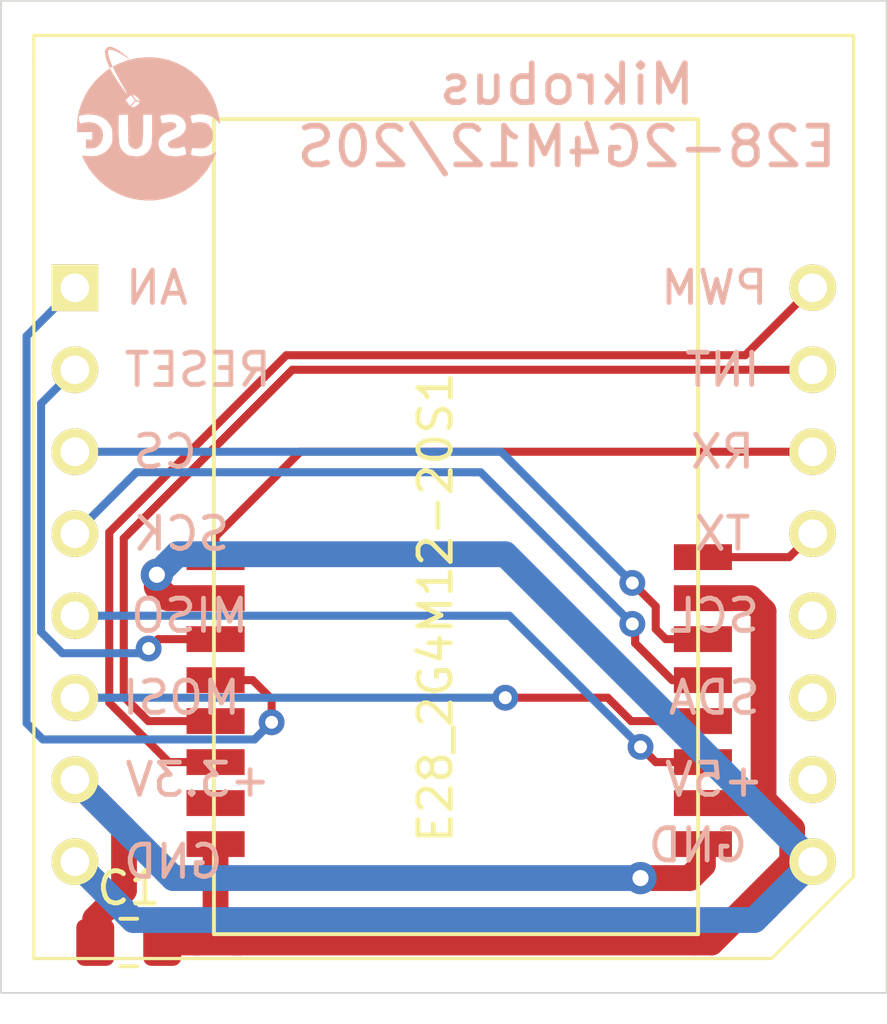
<source format=kicad_pcb>
(kicad_pcb (version 20171130) (host pcbnew "(5.1.10)-1")

  (general
    (thickness 1.6)
    (drawings 21)
    (tracks 103)
    (zones 0)
    (modules 4)
    (nets 17)
  )

  (page A4)
  (layers
    (0 F.Cu signal)
    (31 B.Cu signal)
    (32 B.Adhes user)
    (33 F.Adhes user)
    (34 B.Paste user)
    (35 F.Paste user)
    (36 B.SilkS user)
    (37 F.SilkS user)
    (38 B.Mask user)
    (39 F.Mask user)
    (40 Dwgs.User user)
    (41 Cmts.User user)
    (42 Eco1.User user)
    (43 Eco2.User user)
    (44 Edge.Cuts user)
    (45 Margin user)
    (46 B.CrtYd user)
    (47 F.CrtYd user)
    (48 B.Fab user)
    (49 F.Fab user)
  )

  (setup
    (last_trace_width 0.25)
    (trace_clearance 0.2)
    (zone_clearance 0.508)
    (zone_45_only no)
    (trace_min 0.2)
    (via_size 0.8)
    (via_drill 0.4)
    (via_min_size 0.4)
    (via_min_drill 0.3)
    (uvia_size 0.3)
    (uvia_drill 0.1)
    (uvias_allowed no)
    (uvia_min_size 0.2)
    (uvia_min_drill 0.1)
    (edge_width 0.05)
    (segment_width 0.2)
    (pcb_text_width 0.3)
    (pcb_text_size 1.5 1.5)
    (mod_edge_width 0.12)
    (mod_text_size 1 1)
    (mod_text_width 0.15)
    (pad_size 1.524 1.524)
    (pad_drill 0.762)
    (pad_to_mask_clearance 0)
    (aux_axis_origin 0 0)
    (grid_origin 126.093 75.221)
    (visible_elements 7FFFFFFF)
    (pcbplotparams
      (layerselection 0x010fc_ffffffff)
      (usegerberextensions false)
      (usegerberattributes true)
      (usegerberadvancedattributes true)
      (creategerberjobfile true)
      (excludeedgelayer true)
      (linewidth 0.100000)
      (plotframeref false)
      (viasonmask false)
      (mode 1)
      (useauxorigin false)
      (hpglpennumber 1)
      (hpglpenspeed 20)
      (hpglpendiameter 15.000000)
      (psnegative false)
      (psa4output false)
      (plotreference true)
      (plotvalue true)
      (plotinvisibletext false)
      (padsonsilk false)
      (subtractmaskfromsilk false)
      (outputformat 1)
      (mirror false)
      (drillshape 0)
      (scaleselection 1)
      (outputdirectory "Gerber/"))
  )

  (net 0 "")
  (net 1 GND)
  (net 2 VCC)
  (net 3 RXEN)
  (net 4 MISO)
  (net 5 NSS)
  (net 6 MOSI)
  (net 7 SCK)
  (net 8 TXEN)
  (net 9 RESET)
  (net 10 BUSY)
  (net 11 DIO1)
  (net 12 DIO2)
  (net 13 DIO3)
  (net 14 "Net-(IC1-Pad15)")
  (net 15 "Net-(IC1-Pad14)")
  (net 16 "Net-(IC1-Pad13)")

  (net_class Default "This is the default net class."
    (clearance 0.2)
    (trace_width 0.25)
    (via_dia 0.8)
    (via_drill 0.4)
    (uvia_dia 0.3)
    (uvia_drill 0.1)
    (add_net BUSY)
    (add_net DIO1)
    (add_net DIO2)
    (add_net DIO3)
    (add_net MISO)
    (add_net MOSI)
    (add_net NSS)
    (add_net "Net-(IC1-Pad13)")
    (add_net "Net-(IC1-Pad14)")
    (add_net "Net-(IC1-Pad15)")
    (add_net RESET)
    (add_net RXEN)
    (add_net SCK)
    (add_net TXEN)
  )

  (net_class Power ""
    (clearance 0.4)
    (trace_width 0.8)
    (via_dia 1)
    (via_drill 0.5)
    (uvia_dia 0.3)
    (uvia_drill 0.1)
    (add_net GND)
    (add_net VCC)
  )

  (module Logos-image:Image-Csug_6x6 (layer B.Cu) (tedit 60DB247E) (tstamp 60EDC4D6)
    (at 128.379 70.141 180)
    (fp_text reference G*** (at 0 0) (layer B.SilkS) hide
      (effects (font (size 1.524 1.524) (thickness 0.3)) (justify mirror))
    )
    (fp_text value LOGO (at 0.75 0) (layer B.SilkS) hide
      (effects (font (size 1.524 1.524) (thickness 0.3)) (justify mirror))
    )
    (fp_poly (pts (xy 1.250028 2.376366) (xy 1.285265 2.356501) (xy 1.310294 2.330009) (xy 1.332889 2.300572)
      (xy 1.344873 2.273354) (xy 1.348439 2.237914) (xy 1.345783 2.183811) (xy 1.344495 2.167291)
      (xy 1.33394 2.095053) (xy 1.312146 2.011276) (xy 1.277589 1.911178) (xy 1.228746 1.789974)
      (xy 1.211704 1.750219) (xy 1.196966 1.732404) (xy 1.173072 1.737685) (xy 1.150926 1.752233)
      (xy 1.135452 1.765609) (xy 1.130505 1.781257) (xy 1.136874 1.807375) (xy 1.155348 1.85216)
      (xy 1.161991 1.867327) (xy 1.209564 1.985276) (xy 1.242719 2.088663) (xy 1.260713 2.174231)
      (xy 1.262803 2.238722) (xy 1.25394 2.270471) (xy 1.238998 2.291329) (xy 1.217248 2.299947)
      (xy 1.178548 2.299011) (xy 1.155597 2.296509) (xy 1.094038 2.281131) (xy 1.012518 2.248433)
      (xy 0.915953 2.200822) (xy 0.809258 2.140706) (xy 0.706437 2.076464) (xy 0.611187 2.014141)
      (xy 0.682625 2.081012) (xy 0.787783 2.17204) (xy 0.893595 2.249949) (xy 0.995504 2.3121)
      (xy 1.088951 2.355856) (xy 1.169382 2.378576) (xy 1.20112 2.381238) (xy 1.250028 2.376366)) (layer B.SilkS) (width 0.01))
    (fp_poly (pts (xy 0.383349 2.027458) (xy 0.63513 1.968363) (xy 0.704465 1.946444) (xy 0.77153 1.922367)
      (xy 0.847105 1.892645) (xy 0.924314 1.860295) (xy 0.99628 1.828328) (xy 1.056129 1.799761)
      (xy 1.096982 1.777606) (xy 1.109033 1.769095) (xy 1.104322 1.753475) (xy 1.086236 1.714136)
      (xy 1.056886 1.655078) (xy 1.018385 1.580298) (xy 0.972846 1.493794) (xy 0.922381 1.399564)
      (xy 0.869104 1.301606) (xy 0.815125 1.203919) (xy 0.762559 1.110501) (xy 0.742333 1.075105)
      (xy 0.709635 1.016051) (xy 0.685126 0.967658) (xy 0.671804 0.936104) (xy 0.670696 0.927387)
      (xy 0.684426 0.934447) (xy 0.712316 0.964571) (xy 0.751692 1.013906) (xy 0.799877 1.078599)
      (xy 0.854195 1.154795) (xy 0.911969 1.238641) (xy 0.970525 1.326284) (xy 1.027185 1.41387)
      (xy 1.079274 1.497547) (xy 1.124115 1.573459) (xy 1.143377 1.608027) (xy 1.201909 1.715866)
      (xy 1.335173 1.617073) (xy 1.526328 1.456292) (xy 1.700201 1.271516) (xy 1.853257 1.067369)
      (xy 1.981959 0.848474) (xy 2.06779 0.658813) (xy 2.138896 0.451778) (xy 2.185172 0.252954)
      (xy 2.208462 0.053336) (xy 2.212015 -0.045086) (xy 2.214562 -0.25686) (xy 1.980406 -0.2547)
      (xy 1.74625 -0.252541) (xy 1.74625 -0.492125) (xy 1.934241 -0.492125) (xy 1.939464 -0.61283)
      (xy 1.940739 -0.672886) (xy 1.939321 -0.720912) (xy 1.935524 -0.747806) (xy 1.934719 -0.749536)
      (xy 1.914351 -0.756946) (xy 1.868988 -0.760628) (xy 1.805222 -0.760085) (xy 1.798536 -0.7598)
      (xy 1.72761 -0.754708) (xy 1.676153 -0.744987) (xy 1.631917 -0.727408) (xy 1.594191 -0.705947)
      (xy 1.517819 -0.641029) (xy 1.462482 -0.555838) (xy 1.429588 -0.45506) (xy 1.420545 -0.343378)
      (xy 1.436762 -0.225478) (xy 1.44287 -0.202568) (xy 1.481939 -0.121635) (xy 1.546592 -0.051813)
      (xy 1.631238 0.001804) (xy 1.692672 0.025073) (xy 1.773062 0.039737) (xy 1.866825 0.043719)
      (xy 1.9605 0.037369) (xy 2.040627 0.021038) (xy 2.056536 0.0156) (xy 2.094406 0.00561)
      (xy 2.119573 0.005841) (xy 2.132412 0.024289) (xy 2.146499 0.064021) (xy 2.159476 0.114777)
      (xy 2.168984 0.166295) (xy 2.172665 0.208317) (xy 2.170387 0.226921) (xy 2.149052 0.244072)
      (xy 2.102662 0.26038) (xy 2.037908 0.274551) (xy 1.961483 0.285289) (xy 1.880079 0.2913)
      (xy 1.833562 0.292112) (xy 1.668588 0.278565) (xy 1.522288 0.240235) (xy 1.395389 0.177528)
      (xy 1.288616 0.090848) (xy 1.202697 -0.019399) (xy 1.170346 -0.077976) (xy 1.148562 -0.123876)
      (xy 1.134038 -0.161982) (xy 1.125307 -0.200744) (xy 1.120901 -0.248615) (xy 1.119355 -0.314048)
      (xy 1.119187 -0.372728) (xy 1.119826 -0.456864) (xy 1.122556 -0.517502) (xy 1.128598 -0.562884)
      (xy 1.139172 -0.601251) (xy 1.155497 -0.640844) (xy 1.16048 -0.651599) (xy 1.232065 -0.769083)
      (xy 1.325234 -0.864198) (xy 1.438295 -0.936166) (xy 1.569556 -0.984213) (xy 1.717325 -1.007563)
      (xy 1.879911 -1.005441) (xy 1.922298 -1.000886) (xy 1.982992 -0.994015) (xy 2.030313 -0.99005)
      (xy 2.056524 -0.989588) (xy 2.059244 -0.990327) (xy 2.054729 -1.005858) (xy 2.038128 -1.043914)
      (xy 2.012029 -1.098866) (xy 1.979024 -1.165086) (xy 1.977123 -1.16882) (xy 1.849702 -1.384748)
      (xy 1.696112 -1.586436) (xy 1.519734 -1.770968) (xy 1.32395 -1.935427) (xy 1.112139 -2.076897)
      (xy 0.887682 -2.19246) (xy 0.711141 -2.261025) (xy 0.518128 -2.314194) (xy 0.309525 -2.351303)
      (xy 0.096683 -2.371063) (xy -0.109047 -2.372184) (xy -0.206375 -2.365284) (xy -0.454352 -2.325685)
      (xy -0.697932 -2.25812) (xy -0.932326 -2.164614) (xy -1.152746 -2.047195) (xy -1.354401 -1.907886)
      (xy -1.424825 -1.849882) (xy -1.498445 -1.781765) (xy -1.579883 -1.699154) (xy -1.66213 -1.609799)
      (xy -1.738176 -1.521453) (xy -1.80101 -1.441867) (xy -1.827198 -1.404937) (xy -1.875623 -1.326933)
      (xy -1.929034 -1.231755) (xy -1.981735 -1.13035) (xy -2.028031 -1.033669) (xy -2.061645 -0.954196)
      (xy -2.091749 -0.87497) (xy -2.010164 -0.921014) (xy -1.890081 -0.975241) (xy -1.761788 -1.005376)
      (xy -1.61845 -1.012819) (xy -1.571625 -1.010844) (xy -1.475254 -1.002266) (xy -1.396578 -0.989816)
      (xy -1.339489 -0.974434) (xy -1.307878 -0.957061) (xy -1.30277 -0.945867) (xy -1.305219 -0.930003)
      (xy -1.164259 -0.930003) (xy -1.159383 -0.942467) (xy -1.137 -0.95422) (xy -1.093183 -0.97014)
      (xy -1.037335 -0.986819) (xy -1.036229 -0.987118) (xy -0.927746 -1.007059) (xy -0.81056 -1.012853)
      (xy -0.695174 -1.004974) (xy -0.59209 -0.983895) (xy -0.53975 -0.964763) (xy -0.439199 -0.906222)
      (xy -0.366902 -0.833936) (xy -0.321783 -0.746322) (xy -0.30277 -0.641799) (xy -0.301974 -0.614523)
      (xy -0.314109 -0.515915) (xy -0.352179 -0.429961) (xy -0.417487 -0.355139) (xy -0.511331 -0.289926)
      (xy -0.624555 -0.236885) (xy -0.721421 -0.195279) (xy -0.790048 -0.157633) (xy -0.833353 -0.121779)
      (xy -0.854249 -0.08555) (xy -0.85725 -0.063844) (xy -0.843454 -0.01212) (xy -0.802605 0.023887)
      (xy -0.735514 0.043681) (xy -0.67507 0.047625) (xy -0.605825 0.043522) (xy -0.535155 0.033006)
      (xy -0.498951 0.024273) (xy -0.453056 0.013026) (xy -0.420575 0.009814) (xy -0.411802 0.012367)
      (xy -0.401295 0.03526) (xy -0.388021 0.077366) (xy -0.374454 0.128651) (xy -0.363067 0.179086)
      (xy -0.356332 0.218641) (xy -0.356442 0.236919) (xy -0.382189 0.254147) (xy -0.433183 0.269596)
      (xy -0.502925 0.282109) (xy -0.538397 0.28575) (xy -0.111125 0.28575) (xy -0.111125 -0.13277)
      (xy -0.110512 -0.250032) (xy -0.108786 -0.361334) (xy -0.106119 -0.461337) (xy -0.102681 -0.5447)
      (xy -0.098645 -0.606084) (xy -0.094966 -0.636499) (xy -0.060658 -0.742805) (xy -0.002725 -0.838473)
      (xy 0.073786 -0.917874) (xy 0.163831 -0.975383) (xy 0.230187 -0.999104) (xy 0.30803 -1.010131)
      (xy 0.401853 -1.011262) (xy 0.499367 -1.003396) (xy 0.588285 -0.987431) (xy 0.646773 -0.968664)
      (xy 0.736012 -0.914543) (xy 0.81372 -0.837217) (xy 0.871622 -0.745065) (xy 0.875077 -0.737471)
      (xy 0.895896 -0.678191) (xy 0.911913 -0.603633) (xy 0.923406 -0.510597) (xy 0.930654 -0.395886)
      (xy 0.933939 -0.2563) (xy 0.933539 -0.088642) (xy 0.933324 -0.071437) (xy 0.928687 0.277813)
      (xy 0.782953 0.282363) (xy 0.637218 0.286913) (xy 0.63214 -0.162137) (xy 0.630588 -0.293327)
      (xy 0.629021 -0.396696) (xy 0.627106 -0.476174) (xy 0.624511 -0.535689) (xy 0.620903 -0.579168)
      (xy 0.61595 -0.610541) (xy 0.609318 -0.633736) (xy 0.600676 -0.65268) (xy 0.589691 -0.671303)
      (xy 0.588923 -0.67254) (xy 0.536184 -0.731434) (xy 0.469757 -0.766825) (xy 0.396991 -0.776434)
      (xy 0.325237 -0.757985) (xy 0.320642 -0.755687) (xy 0.281642 -0.731737) (xy 0.250086 -0.702086)
      (xy 0.225224 -0.663369) (xy 0.206308 -0.612221) (xy 0.192587 -0.545277) (xy 0.183314 -0.459171)
      (xy 0.177738 -0.350539) (xy 0.175111 -0.216016) (xy 0.174625 -0.099852) (xy 0.174625 0.28575)
      (xy -0.111125 0.28575) (xy -0.538397 0.28575) (xy -0.584918 0.290525) (xy -0.672664 0.293686)
      (xy -0.674688 0.293688) (xy -0.753003 0.292601) (xy -0.809622 0.288219) (xy -0.854557 0.278861)
      (xy -0.897821 0.262848) (xy -0.92075 0.252391) (xy -1.015748 0.196046) (xy -1.084742 0.12756)
      (xy -1.129219 0.050278) (xy -1.155983 -0.04757) (xy -1.152481 -0.14266) (xy -1.120196 -0.232281)
      (xy -1.060611 -0.313722) (xy -0.97521 -0.384271) (xy -0.865477 -0.441219) (xy -0.858796 -0.44389)
      (xy -0.755604 -0.487626) (xy -0.680902 -0.52729) (xy -0.632127 -0.565447) (xy -0.60672 -0.604659)
      (xy -0.60212 -0.64749) (xy -0.613112 -0.689851) (xy -0.643284 -0.726332) (xy -0.697739 -0.750449)
      (xy -0.771307 -0.761686) (xy -0.858816 -0.759531) (xy -0.955094 -0.74347) (xy -1.008066 -0.729094)
      (xy -1.061025 -0.713558) (xy -1.10031 -0.703585) (xy -1.117921 -0.701192) (xy -1.118133 -0.701357)
      (xy -1.123449 -0.718153) (xy -1.133873 -0.757625) (xy -1.147242 -0.811542) (xy -1.148473 -0.816645)
      (xy -1.162447 -0.886801) (xy -1.164259 -0.930003) (xy -1.305219 -0.930003) (xy -1.306445 -0.922068)
      (xy -1.314945 -0.877772) (xy -1.324135 -0.833437) (xy -1.336559 -0.780903) (xy -1.348111 -0.752862)
      (xy -1.363181 -0.742494) (xy -1.382647 -0.742554) (xy -1.506214 -0.754573) (xy -1.603466 -0.758969)
      (xy -1.678921 -0.755693) (xy -1.737098 -0.744698) (xy -1.755382 -0.738575) (xy -1.845354 -0.688464)
      (xy -1.913628 -0.616218) (xy -1.959084 -0.523879) (xy -1.980602 -0.41349) (xy -1.980873 -0.327357)
      (xy -1.960991 -0.208496) (xy -1.918831 -0.110628) (xy -1.855247 -0.034971) (xy -1.771094 0.017254)
      (xy -1.728866 0.032183) (xy -1.665272 0.043033) (xy -1.585867 0.046433) (xy -1.504205 0.042689)
      (xy -1.433844 0.032104) (xy -1.408976 0.025011) (xy -1.349515 0.00379) (xy -1.331776 0.069364)
      (xy -1.316735 0.12349) (xy -1.302292 0.17324) (xy -1.299956 0.180963) (xy -1.29025 0.216086)
      (xy -1.291214 0.23826) (xy -1.308179 0.252778) (xy -1.346472 0.264933) (xy -1.396166 0.276541)
      (xy -1.549608 0.298368) (xy -1.698597 0.294481) (xy -1.839036 0.26611) (xy -1.966826 0.214486)
      (xy -2.077871 0.14084) (xy -2.168072 0.046404) (xy -2.169784 0.044112) (xy -2.208438 -0.007937)
      (xy -2.197956 0.079375) (xy -2.150546 0.346094) (xy -2.074398 0.600586) (xy -2.048875 0.659745)
      (xy 0.269875 0.659745) (xy 0.280283 0.646582) (xy 0.307555 0.61762) (xy 0.345281 0.579634)
      (xy 0.387261 0.539826) (xy 0.416972 0.518643) (xy 0.44396 0.511643) (xy 0.477774 0.514384)
      (xy 0.483591 0.515291) (xy 0.525238 0.523428) (xy 0.551357 0.531307) (xy 0.554273 0.533107)
      (xy 0.547748 0.547171) (xy 0.523343 0.577102) (xy 0.486099 0.616798) (xy 0.480437 0.622497)
      (xy 0.398824 0.70411) (xy 0.334349 0.684793) (xy 0.294823 0.67174) (xy 0.272058 0.661876)
      (xy 0.269875 0.659745) (xy -2.048875 0.659745) (xy -2.034868 0.692208) (xy 0.254 0.692208)
      (xy 0.26739 0.692312) (xy 0.301463 0.701162) (xy 0.325095 0.708777) (xy 0.353281 0.722313)
      (xy 0.414832 0.722313) (xy 0.496592 0.638969) (xy 0.536408 0.598715) (xy 0.566283 0.569138)
      (xy 0.580526 0.555863) (xy 0.580956 0.555625) (xy 0.591027 0.56726) (xy 0.615063 0.597862)
      (xy 0.648004 0.640983) (xy 0.650329 0.644061) (xy 0.717099 0.732497) (xy 0.640331 0.810724)
      (xy 0.600705 0.849149) (xy 0.569534 0.875784) (xy 0.55334 0.885073) (xy 0.5531 0.885007)
      (xy 0.538428 0.871462) (xy 0.51048 0.840017) (xy 0.478735 0.801688) (xy 0.414832 0.722313)
      (xy 0.353281 0.722313) (xy 0.379708 0.735004) (xy 0.426595 0.777278) (xy 0.453995 0.811747)
      (xy 0.483204 0.853877) (xy 0.501544 0.884952) (xy 0.505123 0.897168) (xy 0.487205 0.897241)
      (xy 0.450992 0.889118) (xy 0.439589 0.88578) (xy 0.389966 0.860362) (xy 0.340066 0.812225)
      (xy 0.317365 0.783789) (xy 0.285174 0.740085) (xy 0.262364 0.707076) (xy 0.254 0.692208)
      (xy -2.034868 0.692208) (xy -1.970572 0.841229) (xy -1.840129 1.066396) (xy -1.684128 1.274465)
      (xy -1.50363 1.463811) (xy -1.299694 1.632809) (xy -1.097167 1.766064) (xy -0.869682 1.881389)
      (xy -0.63031 1.968428) (xy -0.382185 2.026869) (xy -0.128444 2.056396) (xy 0.127779 2.056697)
      (xy 0.383349 2.027458)) (layer B.SilkS) (width 0.01))
  )

  (module MIKROE-924:MIKROE924 (layer F.Cu) (tedit 60CB6671) (tstamp 60EC684B)
    (at 126.093 75.221)
    (descr MIKROE-924-2)
    (tags "Integrated Circuit")
    (path /60E6EAC5)
    (fp_text reference IC1 (at 7.366 -6.35) (layer F.SilkS) hide
      (effects (font (size 1.27 1.27) (thickness 0.254)))
    )
    (fp_text value MIKROE-924 (at 11.43 6.48) (layer F.SilkS) hide
      (effects (font (size 1.27 1.27) (thickness 0.254)))
    )
    (fp_line (start -1.27 -7.82) (end -1.27 -7.16) (layer F.SilkS) (width 0.1))
    (fp_line (start 24.13 -7.82) (end -1.27 -7.82) (layer F.SilkS) (width 0.1))
    (fp_line (start 24.13 18.24) (end 24.13 -7.82) (layer F.SilkS) (width 0.1))
    (fp_line (start 21.59 20.78) (end 24.13 18.24) (layer F.SilkS) (width 0.1))
    (fp_line (start -1.27 20.78) (end 21.59 20.78) (layer F.SilkS) (width 0.1))
    (fp_line (start -1.27 -7.16) (end -1.27 20.78) (layer F.SilkS) (width 0.1))
    (fp_line (start 24.13 -7.82) (end 24.13 18.24) (layer Dwgs.User) (width 0.2))
    (fp_line (start -1.27 -7.82) (end 24.13 -7.82) (layer Dwgs.User) (width 0.2))
    (fp_line (start -1.27 20.78) (end -1.27 -7.82) (layer Dwgs.User) (width 0.2))
    (fp_line (start 21.59 20.78) (end -1.27 20.78) (layer Dwgs.User) (width 0.2))
    (fp_line (start 24.13 18.24) (end 21.59 20.78) (layer Dwgs.User) (width 0.2))
    (fp_line (start -2.27 21.78) (end -2.27 -8.82) (layer Dwgs.User) (width 0.1))
    (fp_line (start 25.13 21.78) (end -2.27 21.78) (layer Dwgs.User) (width 0.1))
    (fp_line (start 25.13 -8.82) (end 25.13 21.78) (layer Dwgs.User) (width 0.1))
    (fp_line (start -2.27 -8.82) (end 25.13 -8.82) (layer Dwgs.User) (width 0.1))
    (pad 16 thru_hole circle (at 22.86 17.78 90) (size 1.445 1.445) (drill 0.889) (layers *.Cu *.Mask F.SilkS)
      (net 1 GND))
    (pad 15 thru_hole circle (at 22.86 15.24 90) (size 1.445 1.445) (drill 0.889) (layers *.Cu *.Mask F.SilkS)
      (net 14 "Net-(IC1-Pad15)"))
    (pad 14 thru_hole circle (at 22.86 12.7 90) (size 1.445 1.445) (drill 0.889) (layers *.Cu *.Mask F.SilkS)
      (net 15 "Net-(IC1-Pad14)"))
    (pad 13 thru_hole circle (at 22.86 10.16 90) (size 1.445 1.445) (drill 0.889) (layers *.Cu *.Mask F.SilkS)
      (net 16 "Net-(IC1-Pad13)"))
    (pad 12 thru_hole circle (at 22.86 7.62 90) (size 1.445 1.445) (drill 0.889) (layers *.Cu *.Mask F.SilkS)
      (net 3 RXEN))
    (pad 11 thru_hole circle (at 22.86 5.08 90) (size 1.445 1.445) (drill 0.889) (layers *.Cu *.Mask F.SilkS)
      (net 8 TXEN))
    (pad 10 thru_hole circle (at 22.86 2.54 90) (size 1.445 1.445) (drill 0.889) (layers *.Cu *.Mask F.SilkS)
      (net 11 DIO1))
    (pad 9 thru_hole circle (at 22.86 0 90) (size 1.445 1.445) (drill 0.889) (layers *.Cu *.Mask F.SilkS)
      (net 12 DIO2))
    (pad 8 thru_hole circle (at 0 17.78 90) (size 1.445 1.445) (drill 0.889) (layers *.Cu *.Mask F.SilkS)
      (net 1 GND))
    (pad 7 thru_hole circle (at 0 15.24 90) (size 1.445 1.445) (drill 0.889) (layers *.Cu *.Mask F.SilkS)
      (net 2 VCC))
    (pad 6 thru_hole circle (at 0 12.7 90) (size 1.445 1.445) (drill 0.889) (layers *.Cu *.Mask F.SilkS)
      (net 6 MOSI))
    (pad 5 thru_hole circle (at 0 10.16 90) (size 1.445 1.445) (drill 0.889) (layers *.Cu *.Mask F.SilkS)
      (net 4 MISO))
    (pad 4 thru_hole circle (at 0 7.62 90) (size 1.445 1.445) (drill 0.889) (layers *.Cu *.Mask F.SilkS)
      (net 7 SCK))
    (pad 3 thru_hole circle (at 0 5.08 90) (size 1.445 1.445) (drill 0.889) (layers *.Cu *.Mask F.SilkS)
      (net 5 NSS))
    (pad 2 thru_hole circle (at 0 2.54 90) (size 1.445 1.445) (drill 0.889) (layers *.Cu *.Mask F.SilkS)
      (net 9 RESET))
    (pad 1 thru_hole rect (at 0 0 90) (size 1.445 1.445) (drill 0.889) (layers *.Cu *.Mask F.SilkS)
      (net 10 BUSY))
  )

  (module LIB_E28-2G4M12-20S:E28-2G4M12-20S (layer F.Cu) (tedit 60EC02D5) (tstamp 60EC6828)
    (at 135.382 94.996 180)
    (path /60EE2742)
    (fp_text reference E28_2G4M12-20S1 (at -1.887 9.869 90) (layer F.SilkS)
      (effects (font (size 1 1) (thickness 0.15)))
    )
    (fp_text value E28 (at 0 -0.5) (layer F.Fab)
      (effects (font (size 1 1) (thickness 0.15)))
    )
    (fp_line (start -10.02 25) (end -10.02 -0.25) (layer F.SilkS) (width 0.12))
    (fp_line (start 4.98 -0.25) (end 4.98 25) (layer F.SilkS) (width 0.12))
    (fp_line (start 4.98 25) (end -10.02 25) (layer F.SilkS) (width 0.12))
    (fp_line (start -10.02 -0.25) (end 4.98 -0.25) (layer F.SilkS) (width 0.12))
    (pad 8 smd rect (at -10.17 11.43 180) (size 1.8 0.8) (layers F.Cu F.Paste F.Mask)
      (net 3 RXEN))
    (pad 3 smd rect (at -10.17 5.08 180) (size 1.8 0.8) (layers F.Cu F.Paste F.Mask)
      (net 4 MISO))
    (pad 7 smd rect (at -10.17 10.16 180) (size 1.8 0.8) (layers F.Cu F.Paste F.Mask)
      (net 1 GND))
    (pad 6 smd rect (at -10.17 8.89 180) (size 1.8 0.8) (layers F.Cu F.Paste F.Mask)
      (net 5 NSS))
    (pad 2 smd rect (at -10.17 3.81 180) (size 1.8 0.8) (layers F.Cu F.Paste F.Mask)
      (net 1 GND))
    (pad 4 smd rect (at -10.17 6.35 180) (size 1.8 0.8) (layers F.Cu F.Paste F.Mask)
      (net 6 MOSI))
    (pad 5 smd rect (at -10.17 7.62 180) (size 1.8 0.8) (layers F.Cu F.Paste F.Mask)
      (net 7 SCK))
    (pad 1 smd rect (at -10.17 2.54 180) (size 1.8 0.8) (layers F.Cu F.Paste F.Mask)
      (net 2 VCC))
    (pad 9 smd rect (at 4.93 11.43 180) (size 1.8 0.8) (layers F.Cu F.Paste F.Mask)
      (net 8 TXEN))
    (pad 10 smd rect (at 4.93 10.16 180) (size 1.8 0.8) (layers F.Cu F.Paste F.Mask)
      (net 1 GND))
    (pad 11 smd rect (at 4.93 8.89 180) (size 1.8 0.8) (layers F.Cu F.Paste F.Mask)
      (net 9 RESET))
    (pad 12 smd rect (at 4.93 7.62 180) (size 1.8 0.8) (layers F.Cu F.Paste F.Mask)
      (net 10 BUSY))
    (pad 13 smd rect (at 4.93 6.35 180) (size 1.8 0.8) (layers F.Cu F.Paste F.Mask)
      (net 11 DIO1))
    (pad 14 smd rect (at 4.93 5.08 180) (size 1.8 0.8) (layers F.Cu F.Paste F.Mask)
      (net 12 DIO2))
    (pad 15 smd rect (at 4.93 3.81 180) (size 1.8 0.8) (layers F.Cu F.Paste F.Mask)
      (net 13 DIO3))
    (pad 16 smd rect (at 4.93 2.54 180) (size 1.8 0.8) (layers F.Cu F.Paste F.Mask)
      (net 1 GND))
  )

  (module Capacitor_SMD:C_0805_2012Metric_Pad1.18x1.45mm_HandSolder (layer F.Cu) (tedit 5F68FEEF) (tstamp 60EC6810)
    (at 127.762 95.504)
    (descr "Capacitor SMD 0805 (2012 Metric), square (rectangular) end terminal, IPC_7351 nominal with elongated pad for handsoldering. (Body size source: IPC-SM-782 page 76, https://www.pcb-3d.com/wordpress/wp-content/uploads/ipc-sm-782a_amendment_1_and_2.pdf, https://docs.google.com/spreadsheets/d/1BsfQQcO9C6DZCsRaXUlFlo91Tg2WpOkGARC1WS5S8t0/edit?usp=sharing), generated with kicad-footprint-generator")
    (tags "capacitor handsolder")
    (path /60EDD5D6)
    (attr smd)
    (fp_text reference C1 (at 0 -1.68) (layer F.SilkS)
      (effects (font (size 1 1) (thickness 0.15)))
    )
    (fp_text value 100nF (at 0 1.68) (layer F.Fab)
      (effects (font (size 1 1) (thickness 0.15)))
    )
    (fp_line (start -1 0.625) (end -1 -0.625) (layer F.Fab) (width 0.1))
    (fp_line (start -1 -0.625) (end 1 -0.625) (layer F.Fab) (width 0.1))
    (fp_line (start 1 -0.625) (end 1 0.625) (layer F.Fab) (width 0.1))
    (fp_line (start 1 0.625) (end -1 0.625) (layer F.Fab) (width 0.1))
    (fp_line (start -0.261252 -0.735) (end 0.261252 -0.735) (layer F.SilkS) (width 0.12))
    (fp_line (start -0.261252 0.735) (end 0.261252 0.735) (layer F.SilkS) (width 0.12))
    (fp_line (start -1.88 0.98) (end -1.88 -0.98) (layer F.CrtYd) (width 0.05))
    (fp_line (start -1.88 -0.98) (end 1.88 -0.98) (layer F.CrtYd) (width 0.05))
    (fp_line (start 1.88 -0.98) (end 1.88 0.98) (layer F.CrtYd) (width 0.05))
    (fp_line (start 1.88 0.98) (end -1.88 0.98) (layer F.CrtYd) (width 0.05))
    (fp_text user %R (at -1.016 -1.27) (layer F.Fab)
      (effects (font (size 0.5 0.5) (thickness 0.08)))
    )
    (pad 2 smd roundrect (at 1.0375 0) (size 1.175 1.45) (layers F.Cu F.Paste F.Mask) (roundrect_rratio 0.2127659574468085)
      (net 1 GND))
    (pad 1 smd roundrect (at -1.0375 0) (size 1.175 1.45) (layers F.Cu F.Paste F.Mask) (roundrect_rratio 0.2127659574468085)
      (net 2 VCC))
    (model ${KISYS3DMOD}/Capacitor_SMD.3dshapes/C_0805_2012Metric.wrl
      (at (xyz 0 0 0))
      (scale (xyz 1 1 1))
      (rotate (xyz 0 0 0))
    )
  )

  (gr_line (start 151.239 66.331) (end 123.807 66.331) (layer Edge.Cuts) (width 0.05) (tstamp 60EDC65F))
  (gr_line (start 151.239 97.065) (end 151.239 66.331) (layer Edge.Cuts) (width 0.05))
  (gr_line (start 123.807 97.065) (end 151.239 97.065) (layer Edge.Cuts) (width 0.05))
  (gr_line (start 123.807 66.331) (end 123.807 97.065) (layer Edge.Cuts) (width 0.05))
  (gr_text "Mikrobus\nE28-2G4M12/20S" (at 141.333 69.887) (layer B.SilkS)
    (effects (font (size 1.2 1.2) (thickness 0.18)) (justify mirror))
  )
  (gr_text PWM (at 145.905 75.221) (layer B.SilkS)
    (effects (font (size 1 1) (thickness 0.15)) (justify mirror))
  )
  (gr_text INT (at 146.159 77.761) (layer B.SilkS)
    (effects (font (size 1 1) (thickness 0.15)) (justify mirror))
  )
  (gr_text TX (at 146.159 82.841) (layer B.SilkS)
    (effects (font (size 1 1) (thickness 0.15)) (justify mirror))
  )
  (gr_text RX (at 146.159 80.301) (layer B.SilkS)
    (effects (font (size 1 1) (thickness 0.15)) (justify mirror))
  )
  (gr_text SCL (at 145.905 85.381) (layer B.SilkS)
    (effects (font (size 1 1) (thickness 0.15)) (justify mirror))
  )
  (gr_text SDA (at 145.905 87.921) (layer B.SilkS)
    (effects (font (size 1 1) (thickness 0.15)) (justify mirror))
  )
  (gr_text +5V (at 145.905 90.461) (layer B.SilkS)
    (effects (font (size 1 1) (thickness 0.15)) (justify mirror))
  )
  (gr_text GND (at 145.397 92.493) (layer B.SilkS) (tstamp 60ED6457)
    (effects (font (size 1 1) (thickness 0.15)) (justify mirror))
  )
  (gr_text GND (at 129.141 93.001) (layer B.SilkS)
    (effects (font (size 1 1) (thickness 0.15)) (justify mirror))
  )
  (gr_text +3.3V (at 129.903 90.461) (layer B.SilkS)
    (effects (font (size 1 1) (thickness 0.15)) (justify mirror))
  )
  (gr_text MOSI (at 129.395 87.921) (layer B.SilkS)
    (effects (font (size 1 1) (thickness 0.15)) (justify mirror))
  )
  (gr_text MISO (at 129.649 85.381) (layer B.SilkS)
    (effects (font (size 1 1) (thickness 0.15)) (justify mirror))
  )
  (gr_text AN (at 128.633 75.221) (layer B.SilkS)
    (effects (font (size 1 1) (thickness 0.15)) (justify mirror))
  )
  (gr_text RESET (at 129.903 77.761) (layer B.SilkS)
    (effects (font (size 1 1) (thickness 0.15)) (justify mirror))
  )
  (gr_text CS (at 128.887 80.301) (layer B.SilkS)
    (effects (font (size 1 1) (thickness 0.15)) (justify mirror))
  )
  (gr_text SCK (at 129.395 82.841) (layer B.SilkS)
    (effects (font (size 1 1) (thickness 0.15)) (justify mirror))
  )

  (segment (start 145.552 91.186) (end 147.430499 91.186) (width 0.8) (layer F.Cu) (net 1))
  (segment (start 148.953 93.001) (end 148.318 93.001) (width 0.8) (layer F.Cu) (net 1))
  (segment (start 147.520499 91.186) (end 147.430499 91.186) (width 0.8) (layer F.Cu) (net 1))
  (segment (start 148.318 91.983501) (end 147.520499 91.186) (width 0.8) (layer F.Cu) (net 1))
  (segment (start 148.318 93.001) (end 148.318 91.983501) (width 0.8) (layer F.Cu) (net 1))
  (segment (start 145.815 95.504) (end 148.318 93.001) (width 0.8) (layer F.Cu) (net 1))
  (segment (start 145.288 95.504) (end 145.815 95.504) (width 0.8) (layer F.Cu) (net 1))
  (segment (start 147.430499 85.244497) (end 147.430499 91.186) (width 0.8) (layer F.Cu) (net 1))
  (segment (start 147.022002 84.836) (end 147.430499 85.244497) (width 0.8) (layer F.Cu) (net 1))
  (segment (start 145.552 84.836) (end 147.022002 84.836) (width 0.8) (layer F.Cu) (net 1))
  (segment (start 130.452 94.918) (end 129.866 95.504) (width 0.8) (layer F.Cu) (net 1))
  (segment (start 130.452 92.456) (end 130.452 94.918) (width 0.8) (layer F.Cu) (net 1))
  (segment (start 128.7995 95.504) (end 129.866 95.504) (width 0.8) (layer F.Cu) (net 1))
  (segment (start 131.038 95.504) (end 130.452 94.918) (width 0.8) (layer F.Cu) (net 1))
  (segment (start 131.21 95.504) (end 131.038 95.504) (width 0.8) (layer F.Cu) (net 1))
  (segment (start 129.866 95.504) (end 131.21 95.504) (width 0.8) (layer F.Cu) (net 1))
  (segment (start 131.21 95.504) (end 145.288 95.504) (width 0.8) (layer F.Cu) (net 1))
  (via (at 128.633 84.111) (size 1) (drill 0.5) (layers F.Cu B.Cu) (net 1))
  (segment (start 130.452 84.836) (end 128.981998 84.836) (width 0.8) (layer F.Cu) (net 1))
  (segment (start 148.953 93.001) (end 139.428 83.476) (width 0.8) (layer B.Cu) (net 1))
  (segment (start 128.633 84.487002) (end 128.633 84.111) (width 0.8) (layer F.Cu) (net 1))
  (segment (start 128.981998 84.836) (end 128.633 84.487002) (width 0.8) (layer F.Cu) (net 1))
  (segment (start 129.268 83.476) (end 128.633 84.111) (width 0.8) (layer B.Cu) (net 1))
  (segment (start 139.428 83.476) (end 129.268 83.476) (width 0.8) (layer B.Cu) (net 1))
  (segment (start 147.144999 94.809001) (end 147.556 94.398) (width 0.8) (layer B.Cu) (net 1))
  (segment (start 126.093 93.001) (end 127.901001 94.809001) (width 0.8) (layer B.Cu) (net 1))
  (segment (start 147.556 94.398) (end 148.953 93.001) (width 0.8) (layer B.Cu) (net 1))
  (segment (start 127.901001 94.809001) (end 147.144999 94.809001) (width 0.8) (layer B.Cu) (net 1))
  (segment (start 147.212 94.742) (end 147.556 94.398) (width 0.8) (layer B.Cu) (net 1))
  (segment (start 126.7245 94.779) (end 126.7245 95.504) (width 0.8) (layer F.Cu) (net 2))
  (segment (start 127.615501 93.887999) (end 126.7245 94.779) (width 0.8) (layer F.Cu) (net 2))
  (segment (start 127.615501 91.983501) (end 127.615501 93.887999) (width 0.8) (layer F.Cu) (net 2))
  (segment (start 126.093 90.461) (end 127.615501 91.983501) (width 0.8) (layer F.Cu) (net 2))
  (via (at 143.619 93.509) (size 1) (drill 0.5) (layers F.Cu B.Cu) (net 2))
  (segment (start 145.552 93.1) (end 145.143 93.509) (width 0.8) (layer F.Cu) (net 2))
  (segment (start 145.552 92.456) (end 145.552 93.1) (width 0.8) (layer F.Cu) (net 2))
  (segment (start 144.381 93.509) (end 145.143 93.509) (width 0.8) (layer F.Cu) (net 2))
  (segment (start 144.381 93.509) (end 143.619 93.509) (width 0.8) (layer F.Cu) (net 2))
  (segment (start 129.141 93.509) (end 143.619 93.509) (width 0.8) (layer B.Cu) (net 2))
  (segment (start 126.093 90.461) (end 129.141 93.509) (width 0.8) (layer B.Cu) (net 2))
  (segment (start 148.228 83.566) (end 148.953 82.841) (width 0.25) (layer F.Cu) (net 3))
  (segment (start 145.552 83.566) (end 148.228 83.566) (width 0.25) (layer F.Cu) (net 3))
  (segment (start 126.093 85.381) (end 139.428 85.381) (width 0.25) (layer B.Cu) (net 4))
  (segment (start 139.428 85.381) (end 139.555 85.381) (width 0.25) (layer B.Cu) (net 4))
  (via (at 143.619 89.445) (size 0.8) (drill 0.4) (layers F.Cu B.Cu) (net 4))
  (segment (start 139.555 85.381) (end 143.619 89.445) (width 0.25) (layer B.Cu) (net 4))
  (segment (start 144.09 89.916) (end 145.552 89.916) (width 0.25) (layer F.Cu) (net 4))
  (segment (start 143.619 89.445) (end 144.09 89.916) (width 0.25) (layer F.Cu) (net 4))
  (segment (start 144.090001 85.794001) (end 144.090001 85.090001) (width 0.25) (layer F.Cu) (net 5))
  (segment (start 144.402 86.106) (end 144.090001 85.794001) (width 0.25) (layer F.Cu) (net 5))
  (segment (start 145.552 86.106) (end 144.402 86.106) (width 0.25) (layer F.Cu) (net 5))
  (segment (start 144.090001 85.090001) (end 143.365 84.365) (width 0.25) (layer F.Cu) (net 5))
  (via (at 143.365 84.365) (size 0.8) (drill 0.4) (layers F.Cu B.Cu) (net 5))
  (segment (start 139.301 80.301) (end 138.793 80.301) (width 0.25) (layer B.Cu) (net 5))
  (segment (start 143.365 84.365) (end 139.301 80.301) (width 0.25) (layer B.Cu) (net 5))
  (segment (start 126.093 80.301) (end 138.793 80.301) (width 0.25) (layer B.Cu) (net 5))
  (segment (start 126.093 87.921) (end 139.428 87.921) (width 0.25) (layer B.Cu) (net 6))
  (via (at 139.428 87.921) (size 0.8) (drill 0.4) (layers F.Cu B.Cu) (net 6))
  (segment (start 145.552 88.646) (end 143.328 88.646) (width 0.25) (layer F.Cu) (net 6))
  (segment (start 143.328 88.646) (end 142.603 87.921) (width 0.25) (layer F.Cu) (net 6))
  (segment (start 142.603 87.921) (end 139.428 87.921) (width 0.25) (layer F.Cu) (net 6))
  (segment (start 126.093 82.841) (end 127.998 80.936) (width 0.25) (layer B.Cu) (net 7))
  (segment (start 145.552 87.376) (end 144.598 87.376) (width 0.25) (layer F.Cu) (net 7))
  (segment (start 144.598 87.376) (end 143.451529 86.229529) (width 0.25) (layer F.Cu) (net 7))
  (via (at 143.365 85.635) (size 0.8) (drill 0.4) (layers F.Cu B.Cu) (net 7))
  (segment (start 143.451529 85.721529) (end 143.365 85.635) (width 0.25) (layer F.Cu) (net 7))
  (segment (start 143.451529 86.229529) (end 143.451529 85.721529) (width 0.25) (layer F.Cu) (net 7))
  (segment (start 138.666 80.936) (end 138.412 80.936) (width 0.25) (layer B.Cu) (net 7))
  (segment (start 143.365 85.635) (end 138.666 80.936) (width 0.25) (layer B.Cu) (net 7))
  (segment (start 138.412 80.936) (end 127.998 80.936) (width 0.25) (layer B.Cu) (net 7))
  (segment (start 138.585058 80.936) (end 138.412 80.936) (width 0.25) (layer B.Cu) (net 7))
  (segment (start 130.452 83.566) (end 130.452 82.927) (width 0.25) (layer F.Cu) (net 8))
  (segment (start 133.078 80.301) (end 148.953 80.301) (width 0.25) (layer F.Cu) (net 8))
  (segment (start 130.452 82.927) (end 133.078 80.301) (width 0.25) (layer F.Cu) (net 8))
  (via (at 128.379 86.397) (size 0.8) (drill 0.4) (layers F.Cu B.Cu) (net 9))
  (segment (start 130.452 86.106) (end 128.924 86.106) (width 0.25) (layer F.Cu) (net 9))
  (segment (start 128.67 86.106) (end 128.379 86.397) (width 0.25) (layer F.Cu) (net 9))
  (segment (start 128.924 86.106) (end 128.67 86.106) (width 0.25) (layer F.Cu) (net 9))
  (segment (start 128.233001 86.542999) (end 128.379 86.397) (width 0.25) (layer B.Cu) (net 9))
  (segment (start 125.045499 85.883801) (end 125.704697 86.542999) (width 0.25) (layer B.Cu) (net 9))
  (segment (start 125.045499 78.808501) (end 125.045499 85.883801) (width 0.25) (layer B.Cu) (net 9))
  (segment (start 125.704697 86.542999) (end 128.233001 86.542999) (width 0.25) (layer B.Cu) (net 9))
  (segment (start 126.093 77.761) (end 125.045499 78.808501) (width 0.25) (layer B.Cu) (net 9))
  (segment (start 131.602 87.376) (end 132.189 87.963) (width 0.25) (layer F.Cu) (net 10))
  (segment (start 130.452 87.376) (end 131.602 87.376) (width 0.25) (layer F.Cu) (net 10))
  (via (at 132.189 88.683) (size 0.8) (drill 0.4) (layers F.Cu B.Cu) (net 10))
  (segment (start 132.189 87.963) (end 132.189 88.683) (width 0.25) (layer F.Cu) (net 10))
  (segment (start 132.189 88.683) (end 131.658501 89.213499) (width 0.25) (layer B.Cu) (net 10))
  (segment (start 131.658501 89.213499) (end 125.099499 89.213499) (width 0.25) (layer B.Cu) (net 10))
  (segment (start 124.595489 76.718511) (end 126.093 75.221) (width 0.25) (layer B.Cu) (net 10))
  (segment (start 124.595489 88.709489) (end 124.595489 76.718511) (width 0.25) (layer B.Cu) (net 10))
  (segment (start 125.099499 89.213499) (end 124.595489 88.709489) (width 0.25) (layer B.Cu) (net 10))
  (segment (start 132.830998 77.761) (end 148.953 77.761) (width 0.25) (layer F.Cu) (net 11))
  (segment (start 127.607999 82.983999) (end 132.830998 77.761) (width 0.25) (layer F.Cu) (net 11))
  (segment (start 127.607999 87.885697) (end 127.607999 82.983999) (width 0.25) (layer F.Cu) (net 11))
  (segment (start 128.368302 88.646) (end 127.607999 87.885697) (width 0.25) (layer F.Cu) (net 11))
  (segment (start 130.452 88.646) (end 128.368302 88.646) (width 0.25) (layer F.Cu) (net 11))
  (segment (start 127.15799 82.797598) (end 132.644598 77.31099) (width 0.25) (layer F.Cu) (net 12))
  (segment (start 127.157989 88.072097) (end 127.15799 82.797598) (width 0.25) (layer F.Cu) (net 12))
  (segment (start 129.001892 89.916) (end 127.157989 88.072097) (width 0.25) (layer F.Cu) (net 12))
  (segment (start 130.452 89.916) (end 129.001892 89.916) (width 0.25) (layer F.Cu) (net 12))
  (segment (start 146.86301 77.31099) (end 148.953 75.221) (width 0.25) (layer F.Cu) (net 12))
  (segment (start 132.644598 77.31099) (end 146.86301 77.31099) (width 0.25) (layer F.Cu) (net 12))

)

</source>
